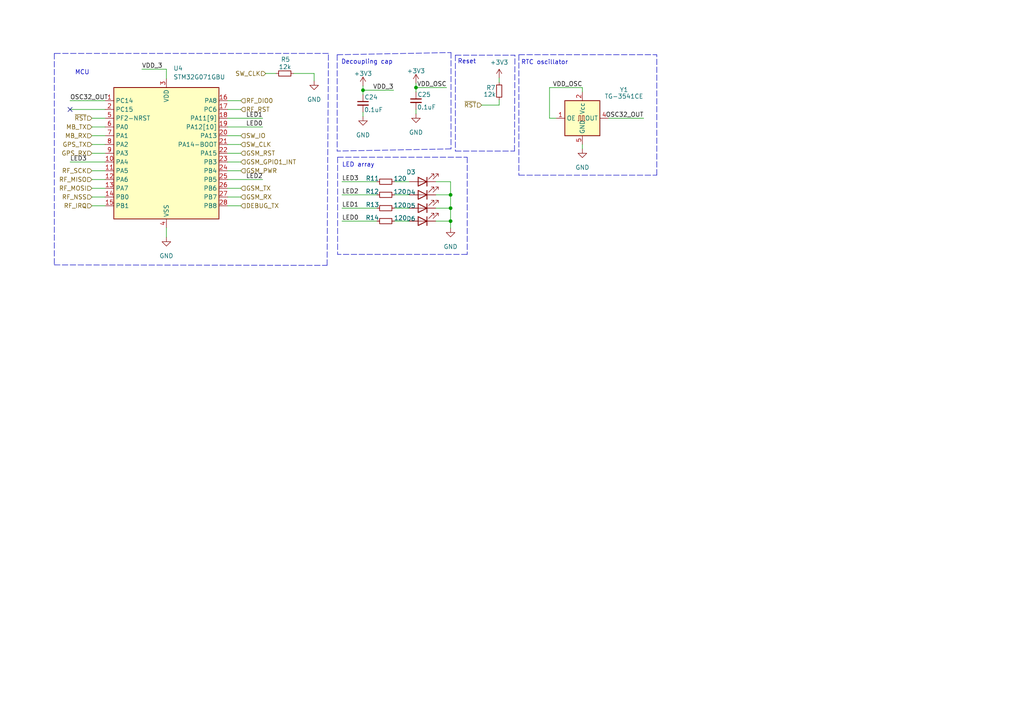
<source format=kicad_sch>
(kicad_sch (version 20211123) (generator eeschema)
  (paper "A4")
  (lib_symbols
    (symbol "Device:C_Small" (pin_numbers hide) (pin_names (offset 0.254) hide)
      (property "Reference" "C" (at 0.254 1.778 0))
      (property "Value" "C_Small" (at 0.254 -2.032 0))
      (symbol "C_Small_0_1"
        (polyline (pts (xy -1.524 -0.508) (xy 1.524 -0.508)) (stroke (width 0.3302)))
        (polyline (pts (xy -1.524 0.508) (xy 1.524 0.508)) (stroke (width 0.3048)))
      )
      (symbol "C_Small_1_1"
        (pin passive line (at 0 2.54 270) (length 2.032) (name "~") (number "1"))
        (pin passive line (at 0 -2.54 90) (length 2.032) (name "~") (number "2"))
      )
    )
    (symbol "Device:LED" (pin_numbers hide) (pin_names (offset 1.016) hide)
      (property "Reference" "D" (at 0 2.54 0))
      (property "Value" "LED" (at 0 -2.54 0))
      (symbol "LED_0_1"
        (polyline (pts (xy -1.27 -1.27) (xy -1.27 1.27)) (stroke (width 0.254)))
        (polyline (pts (xy -1.27 0) (xy 1.27 0)))
        (polyline (pts (xy 1.27 -1.27) (xy 1.27 1.27) (xy -1.27 0) (xy 1.27 -1.27)) (stroke (width 0.254)))
        (polyline (pts (xy -3.048 -0.762) (xy -4.572 -2.286) (xy -3.81 -2.286) (xy -4.572 -2.286) (xy -4.572 -1.524)))
        (polyline (pts (xy -1.778 -0.762) (xy -3.302 -2.286) (xy -2.54 -2.286) (xy -3.302 -2.286) (xy -3.302 -1.524)))
      )
      (symbol "LED_1_1"
        (pin passive line (at -3.81 0 0) (length 2.54) (name "K") (number "1"))
        (pin passive line (at 3.81 0 180) (length 2.54) (name "A") (number "2"))
      )
    )
    (symbol "Device:R_Small" (pin_numbers hide) (pin_names (offset 0.254) hide)
      (property "Reference" "R" (at 0.762 0.508 0))
      (property "Value" "R_Small" (at 0.762 -1.016 0))
      (symbol "R_Small_0_1"
        (rectangle (start -0.762 1.778) (end 0.762 -1.778) (stroke (width 0.2032)))
      )
      (symbol "R_Small_1_1"
        (pin passive line (at 0 2.54 270) (length 0.762) (name "~") (number "1"))
        (pin passive line (at 0 -2.54 90) (length 0.762) (name "~") (number "2"))
      )
    )
    (symbol "power:+3.3V" (power) (pin_names (offset 0))
      (property "Value" "+3.3V" (at 0 3.556 0))
      (symbol "+3.3V_0_1"
        (polyline (pts (xy -0.762 1.27) (xy 0 2.54)))
        (polyline (pts (xy 0 0) (xy 0 2.54)))
        (polyline (pts (xy 0 2.54) (xy 0.762 1.27)))
      )
      (symbol "+3.3V_1_1"
        (pin power_in line (at 0 0 90) (length 0) hide (name "+3V3") (number "1"))
      )
    )
    (symbol "power:GND" (power) (pin_names (offset 0))
      (property "Value" "GND" (at 0 -3.81 0))
      (symbol "GND_0_1"
        (polyline (pts (xy 0 0) (xy 0 -1.27) (xy 1.27 -1.27) (xy 0 -2.54) (xy -1.27 -1.27) (xy 0 -1.27)))
      )
      (symbol "GND_1_1"
        (pin power_in line (at 0 0 270) (length 0) hide (name "GND") (number "1"))
      )
    )
    (symbol "schematics:STM32G071GBU"
      (property "Reference" "U" (at 12.7 27.94 0))
      (property "Value" "STM32G071GBU" (at 7.62 25.4 0))
      (symbol "STM32G071GBU_0_1"
        (rectangle (start -15.24 22.86) (end 15.24 -15.24) (stroke (width 0.254)) (fill (type background)))
      )
      (symbol "STM32G071GBU_1_1"
        (pin bidirectional line (at -17.78 19.05 0) (length 2.54) (name "PC14") (number "1"))
        (pin bidirectional line (at -17.78 1.27 0) (length 2.54) (name "PA4") (number "10"))
        (pin bidirectional line (at -17.78 -1.27 0) (length 2.54) (name "PA5") (number "11"))
        (pin bidirectional line (at -17.78 -3.81 0) (length 2.54) (name "PA6") (number "12"))
        (pin bidirectional line (at -17.78 -6.35 0) (length 2.54) (name "PA7") (number "13"))
        (pin bidirectional line (at -17.78 -8.89 0) (length 2.54) (name "PB0") (number "14"))
        (pin bidirectional line (at -17.78 -11.43 0) (length 2.54) (name "PB1") (number "15"))
        (pin bidirectional line (at 17.78 19.05 180) (length 2.54) (name "PA8") (number "16"))
        (pin bidirectional line (at 17.78 16.51 180) (length 2.54) (name "PC6") (number "17"))
        (pin bidirectional line (at 17.78 13.97 180) (length 2.54) (name "PA11[9]") (number "18"))
        (pin bidirectional line (at 17.78 11.43 180) (length 2.54) (name "PA12[10]") (number "19"))
        (pin bidirectional line (at -17.78 16.51 0) (length 2.54) (name "PC15") (number "2"))
        (pin bidirectional line (at 17.78 8.89 180) (length 2.54) (name "PA13") (number "20"))
        (pin bidirectional line (at 17.78 6.35 180) (length 2.54) (name "PA14-BOOT") (number "21"))
        (pin bidirectional line (at 17.78 3.81 180) (length 2.54) (name "PA15") (number "22"))
        (pin bidirectional line (at 17.78 1.27 180) (length 2.54) (name "PB3") (number "23"))
        (pin bidirectional line (at 17.78 -1.27 180) (length 2.54) (name "PB4") (number "24"))
        (pin bidirectional line (at 17.78 -3.81 180) (length 2.54) (name "PB5") (number "25"))
        (pin bidirectional line (at 17.78 -6.35 180) (length 2.54) (name "PB6") (number "26"))
        (pin bidirectional line (at 17.78 -8.89 180) (length 2.54) (name "PB7") (number "27"))
        (pin bidirectional line (at 17.78 -11.43 180) (length 2.54) (name "PB8") (number "28"))
        (pin bidirectional line (at 0 25.4 270) (length 2.54) (name "VDD") (number "3"))
        (pin bidirectional line (at 0 -17.78 90) (length 2.54) (name "VSS") (number "4"))
        (pin bidirectional line (at -17.78 13.97 0) (length 2.54) (name "PF2-NRST") (number "5"))
        (pin bidirectional line (at -17.78 11.43 0) (length 2.54) (name "PA0") (number "6"))
        (pin bidirectional line (at -17.78 8.89 0) (length 2.54) (name "PA1") (number "7"))
        (pin bidirectional line (at -17.78 6.35 0) (length 2.54) (name "PA2") (number "8"))
        (pin bidirectional line (at -17.78 3.81 0) (length 2.54) (name "PA3") (number "9"))
      )
    )
    (symbol "schematics:TG-3541CE"
      (property "Reference" "Y" (at -5.08 6.35 0))
      (property "Value" "TG-3541CE" (at 1.27 -6.35 0))
      (symbol "TG-3541CE_0_1"
        (rectangle (start -5.08 5.08) (end 5.08 -5.08) (stroke (width 0.254)) (fill (type background)))
        (polyline (pts (xy -1.27 -0.762) (xy -1.016 -0.762) (xy -1.016 0.762) (xy -0.508 0.762) (xy -0.508 -0.762) (xy 0 -0.762) (xy 0 0.762) (xy 0.508 0.762) (xy 0.508 -0.762) (xy 0.762 -0.762)))
      )
      (symbol "TG-3541CE_1_1"
        (pin input line (at -7.62 0 0) (length 2.54) (name "OE") (number "1"))
        (pin no_connect line (at 5.08 2.54 180) (length 2.54) hide (name "NC") (number "10"))
        (pin power_in line (at 0 7.62 270) (length 2.54) (name "Vcc") (number "2"))
        (pin passive line (at 0 7.62 270) (length 2.54) hide (name "Vcc") (number "3"))
        (pin output line (at 7.62 0 180) (length 2.54) (name "OUT") (number "4"))
        (pin power_in line (at 0 -7.62 90) (length 2.54) (name "GND") (number "5"))
        (pin no_connect line (at 5.08 -2.54 180) (length 2.54) hide (name "NC") (number "6"))
        (pin passive line (at 0 -7.62 90) (length 2.54) hide (name "GND") (number "7"))
        (pin passive line (at 0 -7.62 90) (length 2.54) hide (name "GND") (number "8"))
        (pin passive line (at 0 -7.62 90) (length 2.54) hide (name "GND") (number "9"))
      )
    )
  )
  (junction (at 120.65 25.4))
  (junction (at 130.683 60.3758))
  (junction (at 105.283 26.162))
  (junction (at 130.683 64.135))
  (junction (at 130.683 56.515))
  (no_connect (at 20.32 31.75))
  (polyline (pts (xy 135.509 45.593) (xy 135.509 73.787)))
  (wire (pts (xy 77.0636 21.3106) (xy 80.0608 21.3106)))
  (wire (pts (xy 130.683 52.705) (xy 130.683 56.515)))
  (wire (pts (xy 114.173 26.162) (xy 105.283 26.162)))
  (wire (pts (xy 126.365 64.135) (xy 130.683 64.135)))
  (wire (pts (xy 30.48 49.53) (xy 26.67 49.53)))
  (wire (pts (xy 66.04 44.45) (xy 69.85 44.45)))
  (wire (pts (xy 161.29 34.29) (xy 159.385 34.29)))
  (polyline (pts (xy 150.495 15.875) (xy 150.495 50.8)))
  (wire (pts (xy 126.365 60.3758) (xy 130.683 60.3758)))
  (wire (pts (xy 48.26 20.066) (xy 41.148 20.066)))
  (wire (pts (xy 26.67 57.15) (xy 30.48 57.15)))
  (polyline (pts (xy 97.917 45.593) (xy 135.509 45.593)))
  (wire (pts (xy 66.04 36.83) (xy 76.2 36.83)))
  (wire (pts (xy 66.04 34.29) (xy 76.2 34.29)))
  (wire (pts (xy 114.427 56.515) (xy 118.745 56.515)))
  (wire (pts (xy 168.91 41.91) (xy 168.91 43.18)))
  (wire (pts (xy 105.283 26.162) (xy 105.283 27.432)))
  (wire (pts (xy 144.78 28.956) (xy 144.78 30.48)))
  (wire (pts (xy 30.48 46.99) (xy 20.32 46.99)))
  (wire (pts (xy 20.32 29.21) (xy 30.48 29.21)))
  (wire (pts (xy 66.04 57.15) (xy 69.85 57.15)))
  (wire (pts (xy 30.48 41.91) (xy 26.67 41.91)))
  (wire (pts (xy 91.1098 21.3106) (xy 91.1098 23.4696)))
  (wire (pts (xy 66.04 52.07) (xy 76.2 52.07)))
  (polyline (pts (xy 132.08 16.002) (xy 132.08 43.815)))
  (wire (pts (xy 99.187 56.515) (xy 109.347 56.515)))
  (wire (pts (xy 77.0636 21.3106) (xy 77.0636 21.336)))
  (polyline (pts (xy 94.869 76.962) (xy 95.25 15.494)))
  (polyline (pts (xy 95.25 15.494) (xy 15.748 15.494)))
  (polyline (pts (xy 130.81 43.18) (xy 97.79 43.815)))
  (wire (pts (xy 186.69 34.29) (xy 176.53 34.29)))
  (wire (pts (xy 66.04 49.53) (xy 69.85 49.53)))
  (wire (pts (xy 30.48 54.61) (xy 26.67 54.61)))
  (wire (pts (xy 126.365 52.705) (xy 130.683 52.705)))
  (wire (pts (xy 120.65 33.02) (xy 120.65 31.75)))
  (wire (pts (xy 159.385 34.29) (xy 159.385 25.4)))
  (wire (pts (xy 99.187 64.135) (xy 109.347 64.135)))
  (wire (pts (xy 26.67 44.45) (xy 30.48 44.45)))
  (polyline (pts (xy 150.495 50.8) (xy 190.5 50.8)))
  (wire (pts (xy 66.04 54.61) (xy 69.85 54.61)))
  (polyline (pts (xy 130.81 15.24) (xy 130.81 43.18)))
  (polyline (pts (xy 190.5 50.8) (xy 190.5 15.875)))
  (polyline (pts (xy 135.509 73.787) (xy 97.917 73.787)))
  (polyline (pts (xy 132.08 16.002) (xy 149.352 16.002)))
  (wire (pts (xy 114.427 60.3758) (xy 118.745 60.3758)))
  (wire (pts (xy 66.04 46.99) (xy 69.85 46.99)))
  (wire (pts (xy 168.91 25.4) (xy 168.91 26.67)))
  (wire (pts (xy 66.04 39.37) (xy 69.85 39.37)))
  (wire (pts (xy 30.48 59.69) (xy 26.67 59.69)))
  (wire (pts (xy 144.78 22.606) (xy 144.78 23.876)))
  (wire (pts (xy 139.7 30.48) (xy 144.78 30.48)))
  (wire (pts (xy 99.187 60.3758) (xy 109.347 60.3758)))
  (wire (pts (xy 26.67 52.07) (xy 30.48 52.07)))
  (wire (pts (xy 105.283 33.782) (xy 105.283 32.512)))
  (wire (pts (xy 30.48 39.37) (xy 26.67 39.37)))
  (wire (pts (xy 30.48 34.29) (xy 26.67 34.29)))
  (polyline (pts (xy 132.08 43.815) (xy 149.225 43.815)))
  (wire (pts (xy 99.187 52.705) (xy 109.347 52.705)))
  (wire (pts (xy 66.04 59.69) (xy 69.85 59.69)))
  (wire (pts (xy 69.85 31.75) (xy 66.04 31.75)))
  (wire (pts (xy 20.32 31.75) (xy 30.48 31.75)))
  (wire (pts (xy 159.385 25.4) (xy 168.91 25.4)))
  (wire (pts (xy 105.283 24.892) (xy 105.283 26.162)))
  (wire (pts (xy 130.683 60.3758) (xy 130.683 64.135)))
  (wire (pts (xy 120.65 25.4) (xy 120.65 26.67)))
  (polyline (pts (xy 149.225 43.815) (xy 149.352 16.002)))
  (polyline (pts (xy 150.495 15.875) (xy 190.5 15.875)))
  (wire (pts (xy 130.683 64.135) (xy 130.683 66.167)))
  (wire (pts (xy 30.48 36.83) (xy 26.67 36.83)))
  (wire (pts (xy 66.04 41.91) (xy 69.85 41.91)))
  (wire (pts (xy 126.365 56.515) (xy 130.683 56.515)))
  (polyline (pts (xy 97.917 45.593) (xy 97.917 73.787)))
  (wire (pts (xy 130.683 56.515) (xy 130.683 60.3758)))
  (wire (pts (xy 129.54 25.4) (xy 120.65 25.4)))
  (wire (pts (xy 48.26 66.04) (xy 48.26 68.834)))
  (wire (pts (xy 69.85 29.21) (xy 66.04 29.21)))
  (polyline (pts (xy 15.748 76.835) (xy 94.869 76.962)))
  (wire (pts (xy 85.1408 21.3106) (xy 91.1098 21.3106)))
  (wire (pts (xy 120.65 24.13) (xy 120.65 25.4)))
  (wire (pts (xy 114.427 64.135) (xy 118.745 64.135)))
  (wire (pts (xy 114.427 52.705) (xy 118.745 52.705)))
  (polyline (pts (xy 15.748 15.494) (xy 15.748 76.835)))
  (polyline (pts (xy 97.79 15.875) (xy 97.79 43.815)))
  (wire (pts (xy 48.26 20.066) (xy 48.26 22.86)))
  (polyline (pts (xy 97.79 15.875) (xy 130.81 15.24)))
  (text "Reset\n" (at 132.715 18.669 0) (effects (font (size 1.27 1.27)) (justify left bottom)))
  (text "MCU\n" (at 21.717 21.844 0) (effects (font (size 1.27 1.27)) (justify left bottom)))
  (text "RTC oscillator\n" (at 151.13 18.923 0) (effects (font (size 1.27 1.27)) (justify left bottom)))
  (text "LED array\n" (at 99.187 48.641 0) (effects (font (size 1.27 1.27)) (justify left bottom)))
  (text "Decoupling cap\n" (at 98.933 18.796 0) (effects (font (size 1.27 1.27)) (justify left bottom)))
  (label "LED1" (at 76.2 34.29 180))
  (label "OSC32_OUT" (at 20.32 29.21 0))
  (label "LED2" (at 99.187 56.515 0))
  (label "VDD_3" (at 41.148 20.066 0))
  (label "OSC32_OUT" (at 186.69 34.29 180))
  (label "VDD_OSC" (at 129.54 25.4 180))
  (label "LED0" (at 76.2 36.83 180))
  (label "VDD_3" (at 114.173 26.162 180))
  (label "LED2" (at 76.2 52.07 180))
  (label "LED0" (at 99.187 64.135 0))
  (label "LED3" (at 99.187 52.705 0))
  (label "LED3" (at 20.32 46.99 0))
  (label "VDD_OSC" (at 168.91 25.4 180))
  (label "LED1" (at 99.187 60.3758 0))
  (hierarchical_label "MB_TX" (shape input) (at 26.67 36.83 180))
  (hierarchical_label "GSM_RX" (shape input) (at 69.85 57.15 0))
  (hierarchical_label "GSM_RST" (shape input) (at 69.85 44.45 0))
  (hierarchical_label "RF_DIO0" (shape input) (at 69.85 29.21 0))
  (hierarchical_label "GSM_PWR" (shape input) (at 69.85 49.53 0))
  (hierarchical_label "GSM_TX" (shape input) (at 69.85 54.61 0))
  (hierarchical_label "RF_RST" (shape input) (at 69.85 31.75 0))
  (hierarchical_label "RF_NSS" (shape input) (at 26.67 57.15 180))
  (hierarchical_label "SW_CLK" (shape input) (at 69.85 41.91 0))
  (hierarchical_label "~{RST}" (shape input) (at 139.7 30.48 180))
  (hierarchical_label "DEBUG_TX" (shape input) (at 69.85 59.69 0))
  (hierarchical_label "MB_RX" (shape input) (at 26.67 39.37 180))
  (hierarchical_label "SW_CLK" (shape input) (at 77.0636 21.336 180))
  (hierarchical_label "GPS_RX" (shape input) (at 26.67 44.45 180))
  (hierarchical_label "~{RST}" (shape input) (at 26.67 34.29 180))
  (hierarchical_label "RF_SCK" (shape input) (at 26.67 49.53 180))
  (hierarchical_label "SW_IO" (shape input) (at 69.85 39.37 0))
  (hierarchical_label "GSM_GPIO1_INT" (shape input) (at 69.85 46.99 0))
  (hierarchical_label "RF_MOSI" (shape input) (at 26.67 54.61 180))
  (hierarchical_label "RF_IRQ" (shape input) (at 26.67 59.69 180))
  (hierarchical_label "GPS_TX" (shape input) (at 26.67 41.91 180))
  (hierarchical_label "RF_MISO" (shape input) (at 26.67 52.07 180))
  (symbol (lib_id "Device:R_Small") (at 111.887 56.515 90) (unit 1)
    (property "Reference" "R12" (at 107.9754 55.5498 90))
    (property "Value" "120" (at 116.0018 55.6006 90))
    (property "Footprint" "Resistor_SMD:R_0603_1608Metric" (effects hide))
  )
  (symbol (lib_id "schematics:STM32G071GBU") (at 48.26 48.26 0) (unit 1)
    (property "Reference" "U4" (at 50.2794 19.812 0) (effects (justify left)))
    (property "Value" "STM32G071GBU" (at 50.2794 22.352 0) (effects (justify left)))
    (property "Footprint" "Package_DFN_QFN:QFN-28_4x4mm_P0.5mm" (effects hide))
    (property "Datasheet" "https://www.farnell.com/datasheets/2710903.pdf" (effects hide))
  )
  (symbol (lib_id "Device:LED") (at 122.555 56.515 180) (unit 1)
    (property "Reference" "D4" (at 119.2022 55.8038 0))
    (property "Value" "LED" (effects hide))
    (property "Footprint" "LED_SMD:LED_0603_1608Metric" (effects hide))
  )
  (symbol (lib_id "power:+3.3V") (at 120.65 24.13 0) (unit 1)
    (property "Reference" "#PWR0139" (effects hide))
    (property "Value" "+3.3V" (at 120.65 20.574 0))
  )
  (symbol (lib_id "Device:R_Small") (at 82.6008 21.3106 90) (unit 1)
    (property "Reference" "R5" (at 81.4578 17.2466 90) (effects (justify right)))
    (property "Value" "12k" (at 80.8228 19.4056 90) (effects (justify right)))
    (property "Footprint" "Resistor_SMD:R_0603_1608Metric" (effects hide))
  )
  (symbol (lib_id "power:GND") (at 168.91 43.18 0) (unit 1)
    (property "Reference" "#PWR0140" (effects hide))
    (property "Value" "GND" (at 168.91 48.5648 0))
  )
  (symbol (lib_id "schematics:TG-3541CE") (at 168.91 34.29 0) (unit 1)
    (property "Reference" "Y1" (at 180.975 26.035 0))
    (property "Value" "TG-3541CE" (at 180.975 27.94 0))
    (property "Footprint" "footprints:Oscillator_SMD_SeikoEpson_TG-3541CE_3.2x2.5mm" (effects hide))
    (property "Datasheet" "https://support.epson.biz/td/api/doc_check.php?dl=app_TG-3541CE&lang=en" (effects hide))
  )
  (symbol (lib_id "Device:LED") (at 122.555 60.3758 180) (unit 1)
    (property "Reference" "D5" (at 119.2022 59.6646 0))
    (property "Value" "LED" (effects hide))
    (property "Footprint" "LED_SMD:LED_0603_1608Metric" (effects hide))
  )
  (symbol (lib_id "Device:R_Small") (at 111.887 60.3758 90) (unit 1)
    (property "Reference" "R13" (at 108.0262 59.3598 90))
    (property "Value" "120" (at 116.0526 59.5122 90))
    (property "Footprint" "Resistor_SMD:R_0603_1608Metric" (effects hide))
  )
  (symbol (lib_id "Device:R_Small") (at 111.887 64.135 90) (unit 1)
    (property "Reference" "R14" (at 107.9754 63.119 90))
    (property "Value" "120" (at 116.1542 63.2206 90))
    (property "Footprint" "Resistor_SMD:R_0603_1608Metric" (effects hide))
  )
  (symbol (lib_id "power:GND") (at 48.26 68.834 0) (unit 1)
    (property "Reference" "#PWR0134" (effects hide))
    (property "Value" "GND" (at 48.26 74.2188 0))
  )
  (symbol (lib_id "Device:R_Small") (at 144.78 26.416 0) (unit 1)
    (property "Reference" "R7" (at 141.0208 25.4508 0) (effects (justify left)))
    (property "Value" "12k" (at 140.208 27.3812 0) (effects (justify left)))
    (property "Footprint" "Resistor_SMD:R_0603_1608Metric_Pad0.98x0.95mm_HandSolder" (effects hide))
  )
  (symbol (lib_id "power:GND") (at 105.283 33.782 0) (unit 1)
    (property "Reference" "#PWR0146" (effects hide))
    (property "Value" "GND" (at 105.283 39.1668 0))
  )
  (symbol (lib_id "power:+3.3V") (at 105.283 24.892 0) (unit 1)
    (property "Reference" "#PWR0145" (effects hide))
    (property "Value" "+3.3V" (at 105.283 21.336 0))
  )
  (symbol (lib_id "power:+3.3V") (at 144.78 22.606 0) (unit 1)
    (property "Reference" "#PWR0143" (effects hide))
    (property "Value" "+3.3V" (at 144.78 18.0917 0))
  )
  (symbol (lib_id "Device:LED") (at 122.555 64.135 180) (unit 1)
    (property "Reference" "D6" (at 119.2022 63.4238 0))
    (property "Value" "LED" (effects hide))
    (property "Footprint" "LED_SMD:LED_0603_1608Metric" (effects hide))
  )
  (symbol (lib_id "power:GND") (at 91.1098 23.4696 0) (unit 1)
    (property "Reference" "#PWR0135" (effects hide))
    (property "Value" "GND" (at 91.1098 28.8544 0))
  )
  (symbol (lib_id "Device:C_Small") (at 120.65 29.21 0) (unit 1)
    (property "Reference" "C25" (at 121.0564 27.432 0) (effects (justify left)))
    (property "Value" "0.1uF" (at 120.9548 31.0896 0) (effects (justify left)))
    (property "Footprint" "Capacitor_SMD:C_0603_1608Metric" (effects hide))
  )
  (symbol (lib_id "Device:LED") (at 122.555 52.705 180) (unit 1)
    (property "Reference" "D3" (at 119.2022 49.911 0))
    (property "Value" "LED" (effects hide))
    (property "Footprint" "LED_SMD:LED_0603_1608Metric" (effects hide))
  )
  (symbol (lib_id "Device:C_Small") (at 105.283 29.972 0) (unit 1)
    (property "Reference" "C24" (at 105.6894 28.194 0) (effects (justify left)))
    (property "Value" "0.1uF" (at 105.5878 31.8516 0) (effects (justify left)))
    (property "Footprint" "Capacitor_SMD:C_0603_1608Metric" (effects hide))
  )
  (symbol (lib_id "power:GND") (at 120.65 33.02 0) (unit 1)
    (property "Reference" "#PWR0137" (effects hide))
    (property "Value" "GND" (at 120.65 38.4048 0))
  )
  (symbol (lib_id "Device:R_Small") (at 111.887 52.705 90) (unit 1)
    (property "Reference" "R11" (at 108.0262 51.7398 90))
    (property "Value" "120" (at 116.0526 51.7906 90))
    (property "Footprint" "Resistor_SMD:R_0603_1608Metric" (effects hide))
  )
  (symbol (lib_id "power:GND") (at 130.683 66.167 0) (unit 1)
    (property "Reference" "#PWR0138" (effects hide))
    (property "Value" "GND" (at 130.683 71.5518 0))
  )
)
</source>
